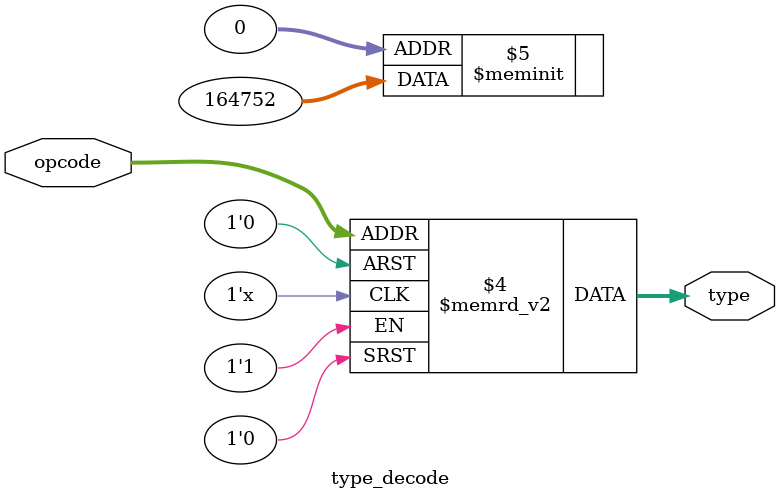
<source format=v>
module type_decode (
    input wire [3:0] opcode,
    output reg [1:0] type
);

always @(*) begin
    case (opcode)
        4'b0001: type = 2'b00;  //rtype
        4'b0101: type = 2'b00;  //ld
        4'b0110: type = 2'b00;  //store
4'b1001: type=2'b00;
4'b1010: type=2'b00;
4'b1011: type=2'b00;


        4'b0010: type = 2'b01; //I

        4'b0011: type=2'b10; //J
        4'b0111: type=2'b10; //call
        4'b1000: type=2'b10; //ret

        4'b0100:type=2'b11; //btype
        
        default: type = 2'b00; 
    endcase
end

endmodule //type_decode
</source>
